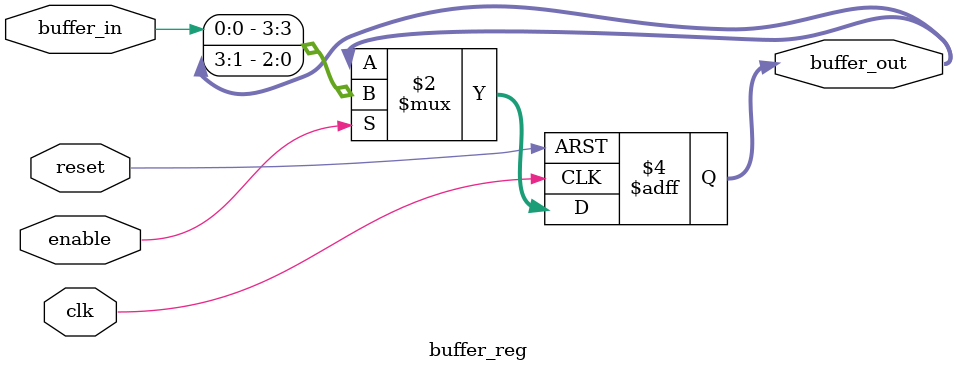
<source format=sv>
module buffer_reg
  #(parameter N = 4)
(input logic clk,
            reset,
           enable,
        buffer_in,
 output logic [N-1:0] buffer_out);

 always_ff @(posedge clk or posedge reset) begin
   if (reset)
     buffer_out <= 'b0;
   else if (enable)
     buffer_out <= {buffer_in, buffer_out[N-1:1]};
 end

endmodule

</source>
